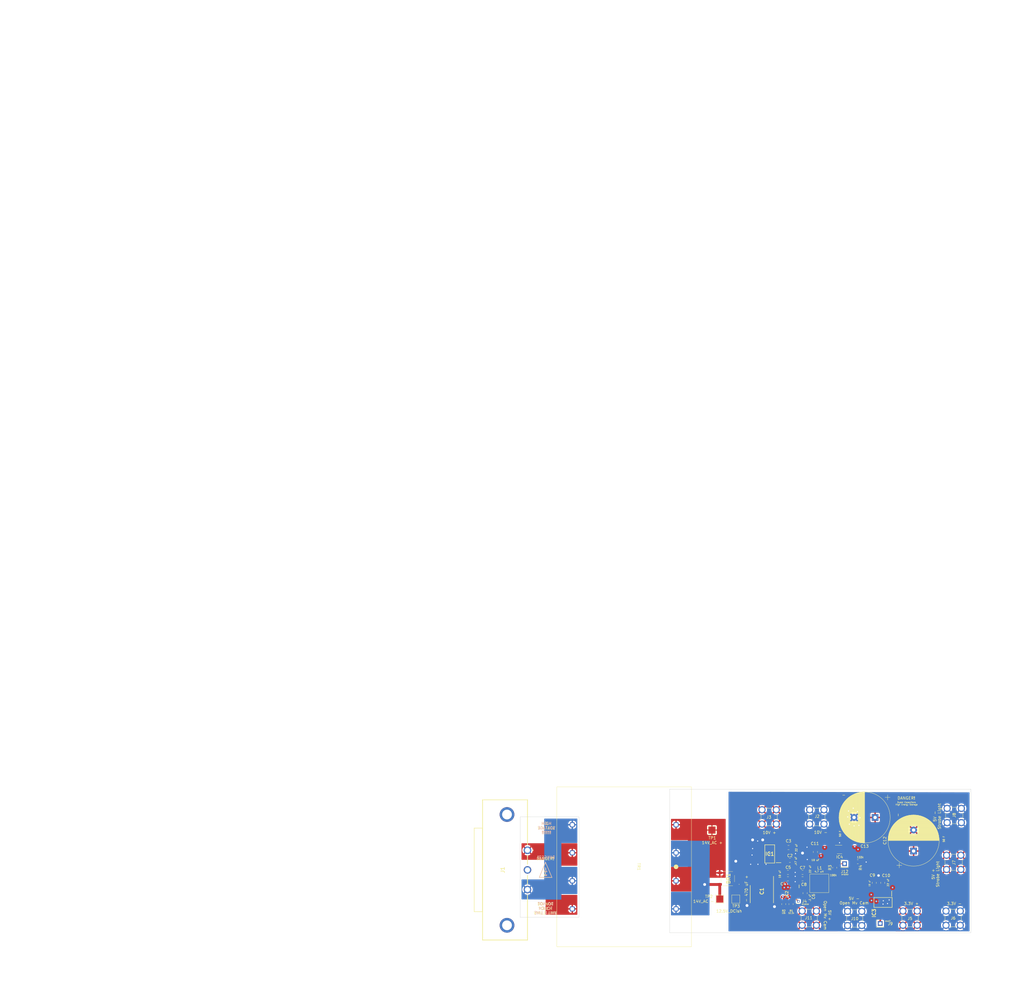
<source format=kicad_pcb>
(kicad_pcb (version 20211014) (generator pcbnew)
  (layers (0 "F.Cu" signal) (31 "B.Cu" signal) (34 "B.Paste" user) (35 "F.Paste" user) (36 "B.SilkS" user "B.Silkscreen") (37 "F.SilkS" user "F.Silkscreen") (38 "B.Mask" user) (39 "F.Mask" user) (44 "Edge.Cuts" user))
  (net 0 "")
  (net 1 "/12.5V_DCish")
  (net 2 "Net-(BR1-Pad2)")
  (net 3 "GND")
  (net 4 "Net-(C3-Pad2)")
  (net 5 "Net-(C6-Pad1)")
  (net 6 "Net-(C6-Pad2)")
  (net 7 "Net-(C11-Pad1)")
  (net 8 "/5V_DC")
  (net 9 "Net-(C12-Pad2)")
  (net 10 "Net-(IC2-Pad4)")
  (net 11 "Net-(IC2-Pad5)")
  (net 12 "/3.3V_DC")
  (net 13 "Net-(IC3-Pad4)")
  (net 14 "Net-(IC4-Pad3)")
  (net 16 "Net-(IC4-Pad5)")
  (net 17 "/120V_AC")
  (net 18 "/Case?")
  (net 19 "Net-(J1-Pad3)")
  (net 22 "Net-(BR1-Pad3)")
  (footprint "TestPoint:TestPoint_Pad_2.5x2.5mm" (layer "F.Cu") (at 126.9 93.3)
    (fp_text reference "TP2" (at -3.9 -0.9) (layer "F.SilkS"))
    (fp_text value "TestPoint")
    (pad "1" smd rect (at 0 0) (size 2.5 2.5) (layers "F.Cu" "F.Mask") (net 2 "Net-(BR1-Pad2)"))
  )
  (footprint "Resistor_SMD:R_0805_2012Metric_Pad1.20x1.40mm_HandSolder" (layer "F.Cu") (at 152.3 95.1 90)
    (fp_text reference "R1" (at -2.4 0.1) (layer "F.SilkS") (effects (font (size 0.635 0.635) (thickness 0.127))))
    (fp_text value "52.3k")
    (pad "1" smd roundrect (at -1 0 90) (size 1.2 1.4) (layers "F.Cu" "F.Paste" "F.Mask") (roundrect_rratio 0.208333) (net 7 "Net-(C11-Pad1)"))
    (pad "2" smd roundrect (at 1 0 90) (size 1.2 1.4) (layers "F.Cu" "F.Paste" "F.Mask") (roundrect_rratio 0.208333) (net 10 "Net-(IC2-Pad4)"))
  )
  (footprint "SamacSys_Parts:SOT230P700X180-4N" (layer "F.Cu") (at 144.7 77.2 180)
    (fp_text reference "IC1" (at 0 0) (layer "F.SilkS") (effects (font (size 1.27 1.27) (thickness 0.254))))
    (fp_text value "LM2940IMPX-10_NOPB" hide)
    (pad "1" smd rect locked (at -3.15 -2.3 270) (size 0.95 1.75) (layers "F.Cu" "F.Paste" "F.Mask") (net 1 "/12.5V_DCish"))
    (pad "2" smd rect locked (at -3.15 0 270) (size 0.95 1.75) (layers "F.Cu" "F.Paste" "F.Mask") (net 3 "GND"))
    (pad "3" smd rect locked (at -3.15 2.3 270) (size 0.95 1.75) (layers "F.Cu" "F.Paste" "F.Mask") (net 4 "Net-(C3-Pad2)"))
    (pad "4" smd rect locked (at 3.15 0 180) (size 1.75 3.2) (layers "F.Cu" "F.Paste" "F.Mask") (net 3 "GND"))
  )
  (footprint "Power Supply Board:PA5432.153NLT" (layer "F.Cu") (at 162.4 87.675 180)
    (fp_text reference "L1" (at -0.1 5.475 unlocked) (layer "F.SilkS"))
    (fp_text value "4.7u")
    (pad "1" smd rect (at 0 -2.025 180) (size 5.6 1.55) (layers "F.Cu" "F.Paste" "F.Mask") (net 6 "Net-(C6-Pad2)"))
    (pad "2" smd rect (at 0 2.025 180) (size 5.6 1.55) (layers "F.Cu" "F.Paste" "F.Mask") (net 7 "Net-(C11-Pad1)"))
  )
  (footprint "Capacitor_SMD:C_0805_2012Metric_Pad1.18x1.45mm_HandSolder" (layer "F.Cu") (at 182 87.5 90)
    (fp_text reference "C9" (at 2.7 -0.7 180) (layer "F.SilkS"))
    (fp_text value "10u")
    (pad "1" smd roundrect (at -1.0375 0 90) (size 1.175 1.45) (layers "F.Cu" "F.Paste" "F.Mask") (roundrect_rratio 0.212766) (net 7 "Net-(C11-Pad1)"))
    (pad "2" smd roundrect (at 1.0375 0 90) (size 1.175 1.45) (layers "F.Cu" "F.Paste" "F.Mask") (roundrect_rratio 0.212766) (net 3 "GND"))
  )
  (footprint "Capacitor_SMD:C_0805_2012Metric_Pad1.18x1.45mm_HandSolder" (layer "F.Cu") (at 151.4 74.92 180)
    (fp_text reference "C3" (at 0 2.32) (layer "F.SilkS"))
    (fp_text value "22u")
    (pad "1" smd roundrect (at -1.0375 0 180) (size 1.175 1.45) (layers "F.Cu" "F.Paste" "F.Mask") (roundrect_rratio 0.212766) (net 3 "GND"))
    (pad "2" smd roundrect (at 1.0375 0 180) (size 1.175 1.45) (layers "F.Cu" "F.Paste" "F.Mask") (roundrect_rratio 0.212766) (net 4 "Net-(C3-Pad2)"))
  )
  (footprint "TestPoint:TestPoint_Pad_2.5x2.5mm" (layer "F.Cu") (at 124.1 68.7)
    (fp_text reference "TP1" (at 0.1 2.8) (layer "F.SilkS"))
    (fp_text value "TestPoint")
    (pad "1" smd rect (at 0 0) (size 2.5 2.5) (layers "F.Cu" "F.Mask") (net 22 "Net-(BR1-Pad3)"))
  )
  (footprint "Resistor_SMD:R_0805_2012Metric_Pad1.20x1.40mm_HandSolder" (layer "F.Cu") (at 176.1 80 180)
    (fp_text reference "R4" (at -1 -2.1 90) (layer "F.SilkS"))
    (fp_text value "133k")
    (pad "1" smd roundrect (at -1 0 180) (size 1.2 1.4) (layers "F.Cu" "F.Paste" "F.Mask") (roundrect_rratio 0.208333) (net 3 "GND"))
    (pad "2" smd roundrect (at 1 0 180) (size 1.2 1.4) (layers "F.Cu" "F.Paste" "F.Mask") (roundrect_rratio 0.208333) (net 16 "Net-(IC4-Pad5)"))
  )
  (footprint "Capacitor_SMD:C_0805_2012Metric_Pad1.18x1.45mm_HandSolder" (layer "F.Cu") (at 151.9 79.5)
    (fp_text reference "C2" (at 0 -1.68) (layer "F.SilkS"))
    (fp_text value ".47u")
    (pad "1" smd roundrect (at -1.0375 0) (size 1.175 1.45) (layers "F.Cu" "F.Paste" "F.Mask") (roundrect_rratio 0.212766) (net 1 "/12.5V_DCish"))
    (pad "2" smd roundrect (at 1.0375 0) (size 1.175 1.45) (layers "F.Cu" "F.Paste" "F.Mask") (roundrect_rratio 0.212766) (net 3 "GND"))
  )
  (footprint "Capacitor_SMD:C_0805_2012Metric_Pad1.18x1.45mm_HandSolder" (layer "F.Cu") (at 156.4 83.8)
    (fp_text reference "C7" (at 0 -1.68) (layer "F.SilkS"))
    (fp_text value "22u")
    (pad "1" smd roundrect (at -1.0375 0) (size 1.175 1.45) (layers "F.Cu" "F.Paste" "F.Mask") (roundrect_rratio 0.212766) (net 3 "GND"))
    (pad "2" smd roundrect (at 1.0375 0) (size 1.175 1.45) (layers "F.Cu" "F.Paste" "F.Mask") (roundrect_rratio 0.212766) (net 7 "Net-(C11-Pad1)"))
  )
  (footprint "Connector_PinHeader_2.54mm:PinHeader_1x01_P2.54mm_Vertical" (layer "F.Cu") (at 171.4 80.7)
    (fp_text reference "J12" (at 0 2.8) (layer "F.SilkS"))
    (fp_text value "Enable")
    (pad "1" thru_hole rect (at 0 0) (size 1.7 1.7) (drill 1) (layers *.Cu *.Mask) (net 14 "Net-(IC4-Pad3)"))
  )
  (footprint "Resistor_SMD:R_0805_2012Metric_Pad1.20x1.40mm_HandSolder" (layer "F.Cu") (at 149.7 95.1 -90)
    (fp_text reference "R2" (at 2.4 0 180) (layer "F.SilkS") (effects (font (size 0.635 0.635) (thickness 0.127))))
    (fp_text value "10k")
    (pad "1" smd roundrect (at -1 0 270) (size 1.2 1.4) (layers "F.Cu" "F.Paste" "F.Mask") (roundrect_rratio 0.208333) (net 10 "Net-(IC2-Pad4)"))
    (pad "2" smd roundrect (at 1 0 270) (size 1.2 1.4) (layers "F.Cu" "F.Paste" "F.Mask") (roundrect_rratio 0.208333) (net 3 "GND"))
  )
  (footprint "Capacitor_THT:CP_Radial_D18.0mm_P7.50mm" (layer "F.Cu") (at 182.27778 64.2 180)
    (fp_text reference "C13" (at 3.75 -10.25) (layer "F.SilkS"))
    (fp_text value "70")
    (pad "1" thru_hole rect (at 0 0 180) (size 2.4 2.4) (drill 1.2) (layers *.Cu *.Mask) (net 9 "Net-(C12-Pad2)"))
    (pad "2" thru_hole circle (at 7.5 0 180) (size 2.4 2.4) (drill 1.2) (layers *.Cu *.Mask) (net 3 "GND"))
  )
  (footprint "SamacSys_Parts:SOT230P700X180-4N" (layer "F.Cu") (at 185.1 94.5 -90)
    (fp_text reference "IC3" (at 3.8 3.2 90) (layer "F.SilkS") (effects (font (size 1.27 1.27) (thickness 0.254))))
    (fp_text value "AZ1117IH-3.3TRG1" hide)
    (pad "1" smd rect locked (at -3.1 -2.3) (size 0.9 1.85) (layers "F.Cu" "F.Paste" "F.Mask") (net 3 "GND"))
    (pad "2" smd rect locked (at -3.1 0) (size 0.9 1.85) (layers "F.Cu" "F.Paste" "F.Mask") (net 12 "/3.3V_DC"))
    (pad "3" smd rect locked (at -3.1 2.3) (size 0.9 1.85) (layers "F.Cu" "F.Paste" "F.Mask") (net 7 "Net-(C11-Pad1)"))
    (pad "4" smd rect locked (at 3.1 0 270) (size 1.85 3.2) (layers "F.Cu" "F.Paste" "F.Mask") (net 13 "Net-(IC3-Pad4)"))
  )
  (footprint "Capacitor_SMD:C_0805_2012Metric_Pad1.18x1.45mm_HandSolder" (layer "F.Cu") (at 156.4 86.1 180)
    (fp_text reference "C8" (at -0.5 -2) (layer "F.SilkS"))
    (fp_text value "22u")
    (pad "1" smd roundrect (at -1.0375 0 180) (size 1.175 1.45) (layers "F.Cu" "F.Paste" "F.Mask") (roundrect_rratio 0.212766) (net 7 "Net-(C11-Pad1)"))
    (pad "2" smd roundrect (at 1.0375 0 180) (size 1.175 1.45) (layers "F.Cu" "F.Paste" "F.Mask") (roundrect_rratio 0.212766) (net 3 "GND"))
  )
  (footprint "Capacitor_SMD:C_0805_2012Metric_Pad1.18x1.45mm_HandSolder" (layer "F.Cu") (at 151.2 83.8 180)
    (fp_text reference "C5" (at -0.1 1.8) (layer "F.SilkS"))
    (fp_text value "10u")
    (pad "1" smd roundrect (at -1.0375 0 180) (size 1.175 1.45) (layers "F.Cu" "F.Paste" "F.Mask") (roundrect_rratio 0.212766) (net 3 "GND"))
    (pad "2" smd roundrect (at 1.0375 0 180) (size 1.175 1.45) (layers "F.Cu" "F.Paste" "F.Mask") (roundrect_rratio 0.212766) (net 1 "/12.5V_DCish"))
  )
  (footprint "Resistor_SMD:R_0805_2012Metric_Pad1.20x1.40mm_HandSolder" (layer "F.Cu") (at 167.9 82.1 -90)
    (fp_text reference "R3" (at 0 1.7 90) (layer "F.SilkS"))
    (fp_text value "100k")
    (pad "1" smd roundrect (at -1 0 270) (size 1.2 1.4) (layers "F.Cu" "F.Paste" "F.Mask") (roundrect_rratio 0.208333) (net 14 "Net-(IC4-Pad3)"))
    (pad "2" smd roundrect (at 1 0 270) (size 1.2 1.4) (layers "F.Cu" "F.Paste" "F.Mask") (roundrect_rratio 0.208333) (net 7 "Net-(C11-Pad1)"))
  )
  (footprint "Power Supply Board:CALTEST_CT3151-2" (layer "F.Cu") (at 158.8 100.1)
    (fp_text reference "J11" (at -0.2 -0.1) (layer "F.SilkS"))
    (fp_text value "5+")
    (pad "1" thru_hole circle (at -2.54 -2.54) (size 2.55 2.55) (drill 1.7) (layers *.Cu *.Mask) (net 7 "Net-(C11-Pad1)"))
    (pad "2" thru_hole circle (at 2.54 -2.54) (size 2.55 2.55) (drill 1.7) (layers *.Cu *.Mask) (net 7 "Net-(C11-Pad1)"))
    (pad "3" thru_hole circle (at -2.54 2.54) (size 2.55 2.55) (drill 1.7) (layers *.Cu *.Mask) (net 7 "Net-(C11-Pad1)"))
    (pad "4" thru_hole circle (at 2.54 2.54) (size 2.55 2.55) (drill 1.7) (layers *.Cu *.Mask) (net 7 "Net-(C11-Pad1)"))
  )
  (footprint "Power Supply Board:CALTEST_CT3151-2" (layer "F.Cu") (at 161.5 64 180)
    (fp_text reference "J2" (at -0.1 0.19) (layer "F.SilkS"))
    (fp_text value "10-")
    (pad "1" thru_hole circle (at -2.54 -2.54 180) (size 2.55 2.55) (drill 1.7) (layers *.Cu *.Mask) (net 3 "GND"))
    (pad "2" thru_hole circle (at 2.54 -2.54 180) (size 2.55 2.55) (drill 1.7) (layers *.Cu *.Mask) (net 3 "GND"))
    (pad "3" thru_hole circle (at -2.54 2.54 180) (size 2.55 2.55) (drill 1.7) (layers *.Cu *.Mask) (net 3 "GND"))
    (pad "4" thru_hole circle (at 2.54 2.54 180) (size 2.55 2.55) (drill 1.7) (layers *.Cu *.Mask) (net 3 "GND"))
  )
  (footprint "Capacitor_SMD:C_0805_2012Metric_Pad1.18x1.45mm_HandSolder" (layer "F.Cu") (at 185 87.5 -90)
    (fp_text reference "C10" (at -2.6 -1.2 180) (layer "F.SilkS"))
    (fp_text value "22u")
    (pad "1" smd roundrect (at -1.0375 0 270) (size 1.175 1.45) (layers "F.Cu" "F.Paste" "F.Mask") (roundrect_rratio 0.212766) (net 3 "GND"))
    (pad "2" smd roundrect (at 1.0375 0 270) (size 1.175 1.45) (layers "F.Cu" "F.Paste" "F.Mask") (roundrect_rratio 0.212766) (net 12 "/3.3V_DC"))
  )
  (footprint "SamacSys_Parts:703W0053" (layer "F.Cu") (at 58.325 75.9 90)
    (fp_text reference "J1" (at -7 -8.825 90) (layer "F.SilkS") (effects (font (size 1.27 1.27) (thickness 0.254))))
    (fp_text value "703W-00_53" hide)
    (pad "1" thru_hole circle locked (at 0 0 90) (size 2.7 2.7) (drill 1.8) (layers *.Cu *.Mask) (net 17 "/120V_AC"))
    (pad "2" thru_hole circle locked (at -7 0 90) (size 2.7 2.7) (drill 1.8) (layers *.Cu *.Mask) (net 18 "/Case?"))
    (pad "3" thru_hole circle locked (at -14 0 90) (size 2.7 2.7) (drill 1.8) (layers *.Cu *.Mask) (net 19 "Net-(J1-Pad3)"))
    (pad "MH1" thru_hole circle locked (at 12.75 -7.3 90) (size 5.25 5.25) (drill 3.5) (layers *.Cu *.Mask))
    (pad "MH2" thru_hole circle locked (at -26.75 -7.3 90) (size 5.25 5.25) (drill 3.5) (layers *.Cu *.Mask))
  )
  (footprint "SamacSys_Parts:LMB12STP" (layer "F.Cu") (at 129.745 86 -90)
    (fp_text reference "BR1" (at 0 -0.245 90) (layer "F.SilkS") (effects (font (size 1.27 1.27) (thickness 0.254))))
    (fp_text value "LMB12S-TP" hide)
    (pad "1" smd rect locked (at 2.05 -2.86 270) (size 0.9 1.5) (layers "F.Cu" "F.Paste" "F.Mask") (net 1 "/12.5V_DCish"))
    (pad "2" smd rect locked (at 2.05 2.86 270) (size 0.9 1.5) (layers "F.Cu" "F.Paste" "F.Mask") (net 2 "Net-(BR1-Pad2)"))
    (pad "3" smd rect locked (at -2.05 2.86 270) (size 0.9 1.5) (layers "F.Cu" "F.Paste" "F.Mask") (net 22 "Net-(BR1-Pad3)"))
    (pad "4" smd rect locked (at -2.05 -2.86 270) (size 0.9 1.5) (layers "F.Cu" "F.Paste" "F.Mask") (net 3 "GND"))
  )
  (footprint "Connector_PinHeader_1.00mm:PinHeader_1x01_P1.00mm_Vertical" (layer "F.Cu") (at 154.9 94.1)
    (fp_text reference "J4" (at 2.2 0) (layer "F.SilkS"))
    (fp_text value "Enable")
    (pad "1" thru_hole rect (at 0 0) (size 0.85 0.85) (drill 0.5) (layers *.Cu *.Mask) (net 11 "Net-(IC2-Pad5)"))
  )
  (footprint "Power Supply Board:TSOT-23-6_HandSoldering" (layer "F.Cu") (at 169.6 75.6)
    (fp_text reference "IC4" (at 0 2.7) (layer "F.SilkS"))
    (fp_text value "MP62551")
    (pad "1" smd rect (at -1.71 -0.95) (size 2 0.65) (layers "F.Cu" "F.Paste" "F.Mask") (net 7 "Net-(C11-Pad1)"))
    (pad "2" smd rect (at -1.71 0) (size 2 0.65) (layers "F.Cu" "F.Paste" "F.Mask") (net 3 "GND"))
    (pad "3" smd rect (at -1.71 0.95) (size 2 0.65) (layers "F.Cu" "F.Paste" "F.Mask") (net 14 "Net-(IC4-Pad3)"))
    (pad "4" smd rect (at 1.71 0.95) (size 2 0.65) (layers "F.Cu" "F.Paste" "F.Mask"))
    (pad "5" smd rect (at 1.71 0) (size 2 0.65) (layers "F.Cu" "F.Paste" "F.Mask") (net 16 "Net-(IC4-Pad5)"))
    (pad "6" smd rect (at 1.71 -0.95) (size 2 0.65) (layers "F.Cu" "F.Paste" "F.Mask") (net 8 "/5V_DC"))
  )
  (footprint "Power Supply Board:CALTEST_CT3151-2" (layer "F.Cu") (at 210.3 80.2 90)
    (fp_text reference "J7" (at -0.1 0.1 90) (layer "F.SilkS"))
    (fp_text value "5+")
    (pad "1" thru_hole circle (at -2.54 -2.54 90) (size 2.55 2.55) (drill 1.7) (layers *.Cu *.Mask) (net 8 "/5V_DC"))
    (pad "2" thru_hole circle (at 2.54 -2.54 90) (size 2.55 2.55) (drill 1.7) (layers *.Cu *.Mask) (net 8 "/5V_DC"))
    (pad "3" thru_hole circle (at -2.54 2.54 90) (size 2.55 2.55) (drill 1.7) (layers *.Cu *.Mask) (net 8 "/5V_DC"))
    (pad "4" thru_hole circle (at 2.54 2.54 90) (size 2.55 2.55) (drill 1.7) (layers *.Cu *.Mask) (net 8 "/5V_DC"))
  )
  (footprint "Capacitor_SMD:C_0805_2012Metric_Pad1.18x1.45mm_HandSolder" (layer "F.Cu") (at 151.2 86.1 180)
    (fp_text reference "C4" (at 1.7 -1.8) (layer "F.SilkS"))
    (fp_text value "10u")
    (pad "1" smd roundrect (at -1.0375 0 180) (size 1.175 1.45) (layers "F.Cu" "F.Paste" "F.Mask") (roundrect_rratio 0.212766) (net 3 "GND"))
    (pad "2" smd roundrect (at 1.0375 0 180) (size 1.175 1.45) (layers "F.Cu" "F.Paste" "F.Mask") (roundrect_rratio 0.212766) (net 1 "/12.5V_DCish"))
  )
  (footprint "Power Supply Board:CALTEST_CT3151-2" (layer "F.Cu") (at 194.74 100.1)
    (fp_text reference "J5" (at -0.04 0.14) (layer "F.SilkS"))
    (fp_text value "3.3+")
    (pad "1" thru_hole circle (at -2.54 -2.54) (size 2.55 2.55) (drill 1.7) (layers *.Cu *.Mask) (net 12 "/3.3V_DC"))
    (pad "2" thru_hole circle (at 2.54 -2.54) (size 2.55 2.55) (drill 1.7) (layers *.Cu *.Mask) (net 12 "/3.3V_DC"))
    (pad "3" thru_hole circle (at -2.54 2.54) (size 2.55 2.55) (drill 1.7) (layers *.Cu *.Mask) (net 12 "/3.3V_DC"))
    (pad "4" thru_hole circle (at 2.54 2.54) (size 2.55 2.55) (drill 1.7) (layers *.Cu *.Mask) (net 12 "/3.3V_DC"))
  )
  (footprint "Power Supply Board:CALTEST_CT3151-2" (layer "F.Cu") (at 144.5 64 180)
    (fp_text reference "J3" (at 0.1 -0.1) (layer "F.SilkS"))
    (fp_text value "10+")
    (pad "1" thru_hole circle (at -2.54 -2.54 180) (size 2.55 2.55) (drill 1.7) (layers *.Cu *.Mask) (net 4 "Net-(C3-Pad2)"))
    (pad "2" thru_hole circle (at 2.54 -2.54 180) (size 2.55 2.55) (drill 1.7) (layers *.Cu *.Mask) (net 4 "Net-(C3-Pad2)"))
    (pad "3" thru_hole circle (at -2.54 2.54 180) (size 2.55 2.55) (drill 1.7) (layers *.Cu *.Mask) (net 4 "Net-(C3-Pad2)"))
    (pad "4" thru_hole circle (at 2.54 2.54 180) (size 2.55 2.55) (drill 1.7) (layers *.Cu *.Mask) (net 4 "Net-(C3-Pad2)"))
  )
  (footprint "SamacSys_Parts:SOT95P280X100-6N" (layer "F.Cu") (at 153.6 90.075 -90)
    (fp_text reference "IC2" (at 1.525 2.8 90) (layer "F.SilkS") (effects (font (size 1.016 1.016) (thickness 0.1905))))
    (fp_text value "AP62250WU-7" hide)
    (pad "1" smd rect (at -1.3 -0.95) (size 0.55 1.05) (layers "F.Cu" "F.Paste" "F.Mask") (net 3 "GND"))
    (pad "2" smd rect (at -1.3 0) (size 0.55 1.05) (layers "F.Cu" "F.Paste" "F.Mask") (net 6 "Net-(C6-Pad2)"))
    (pad "3" smd rect (at -1.3 0.95) (size 0.55 1.05) (layers "F.Cu" "F.Paste" "F.Mask") (net 1 "/12.5V_DCish"))
    (pad "4" smd rect (at 1.3 0.95) (size 0.55 1.05) (layers "F.Cu" "F.Paste" "F.Mask") (net 10 "Net-(IC2-Pad4)"))
    (pad "5" smd rect (at 1.3 0) (size 0.55 1.05) (layers "F.Cu" "F.Paste" "F.Mask") (net 11 "Net-(IC2-Pad5)"))
    (pad "6" smd rect (at 1.3 -0.95) (size 0.55 1.05) (layers "F.Cu" "F.Paste" "F.Mask") (net 5 "Net-(C6-Pad1)"))
  )
  (footprint "Capacitor_THT:CP_Radial_D18.0mm_P7.50mm" (layer "F.Cu") (at 196 76.17778 90)
    (fp_text reference "C12" (at 3.75 -10.25 90) (layer "F.SilkS"))
    (fp_text value "70")
    (pad "1" thru_hole rect (at 0 0 90) (size 2.4 2.4) (drill 1.2) (layers *.Cu *.Mask) (net 8 "/5V_DC"))
    (pad "2" thru_hole circle (at 7.5 0 90) (size 2.4 2.4) (drill 1.2) (layers *.Cu *.Mask) (net 9 "Net-(C12-Pad2)"))
  )
  (footprint "Capacitor_SMD:C_0805_2012Metric_Pad1.18x1.45mm_HandSolder" (layer "F.Cu") (at 157.3 91.2 90)
    (fp_text reference "C6" (at -1.2 3 90) (layer "F.SilkS"))
    (fp_text value ".1u")
    (pad "1" smd roundrect (at -1.0375 0 90) (size 1.175 1.45) (layers "F.Cu" "F.Paste" "F.Mask") (roundrect_rratio 0.212766) (net 5 "Net-(C6-Pad1)"))
    (pad "2" smd roundrect (at 1.0375 0 90) (size 1.175 1.45) (layers "F.Cu" "F.Paste" "F.Mask") (roundrect_rratio 0.212766) (net 6 "Net-(C6-Pad2)"))
  )
  (footprint "Power Supply Board:CALTEST_CT3151-2" (layer "F.Cu") (at 175 100.2)
    (fp_text reference "J10" (at 0 0.1) (layer "F.SilkS"))
    (fp_text value "5-")
    (pad "1" thru_hole circle (at -2.54 -2.54) (size 2.55 2.55) (drill 1.7) (layers *.Cu *.Mask) (net 3 "GND"))
    (pad "2" thru_hole circle (at 2.54 -2.54) (size 2.55 2.55) (drill 1.7) (layers *.Cu *.Mask) (net 3 "GND"))
    (pad "3" thru_hole circle (at -2.54 2.54) (size 2.55 2.55) (drill 1.7) (layers *.Cu *.Mask) (net 3 "GND"))
    (pad "4" thru_hole circle (at 2.54 2.54) (size 2.55 2.55) (drill 1.7) (layers *.Cu *.Mask) (net 3 "GND"))
  )
  (footprint "Power Supply Board:Transformer_20VAC" (layer "F.Cu") (at 92.8 81.8 -90)
    (fp_text reference "TR1" (at -0.05 -5.25 -90 unlocked) (layer "F.SilkS"))
    (fp_text value "Transformer")
    (pad "1" thru_hole roundrect (at -15 18.5 270) (size 1.8 1.8) (drill 1.3) (layers *.Cu *.Mask) (net 19 "Net-(J1-Pad3)"))
    (pad "3" thru_hole roundrect (at -5 18.5 270) (size 1.8 1.8) (drill 1.3) (layers *.Cu *.Mask) (net 17 "/120V_AC"))
    (pad "4" thru_hole roundrect (at 5 18.5 270) (size 1.8 1.8) (drill 1.3) (layers *.Cu *.Mask) (net 19 "Net-(J1-Pad3)"))
    (pad "6" thru_hole roundrect (at 15 18.5 270) (size 1.8 1.8) (drill 1.3) (layers *.Cu *.Mask) (net 17 "/120V_AC"))
    (pad "7" thru_hole roundrect (at -15 -18.5 270) (size 1.8 1.8) (drill 1.3) (layers *.Cu *.Mask) (net 22 "Net-(BR1-Pad3)"))
    (pad "9" thru_hole roundrect (at -5 -18.5 270) (size 1.8 1.8) (drill 1.3) (layers *.Cu *.Mask) (net 2 "Net-(BR1-Pad2)"))
    (pad "10" thru_hole roundrect (at 5 -18.5 270) (size 1.8 1.8) (drill 1.3) (layers *.Cu *.Mask) (net 22 "Net-(BR1-Pad3)"))
    (pad "12" thru_hole roundrect (at 15 -18.5 270) (size 1.8 1.8) (drill 1.3) (layers *.Cu *.Mask) (net 2 "Net-(BR1-Pad2)"))
  )
  (footprint "Connector_PinHeader_2.54mm:PinHeader_1x01_P2.54mm_Vertical" (layer "F.Cu") (at 184.1 102)
    (fp_text reference "J9" (at 3.6 0.1) (layer "F.SilkS"))
    (fp_text value "Vout?")
    (pad "1" thru_hole rect (at 0 0) (size 1.7 1.7) (drill 1) (layers *.Cu *.Mask) (net 13 "Net-(IC3-Pad4)"))
  )
  (footprint "TestPoint:TestPoint_Pad_2.5x2.5mm" (layer "F.Cu") (at 132.6 93.3)
    (fp_text reference "TP3" (at 0.1 2.5) (layer "F.SilkS"))
    (fp_text value "TestPoint")
    (pad "1" smd rect (at 0 0) (size 2.5 2.5) (layers "F.Cu" "F.Mask") (net 1 "/12.5V_DCish"))
  )
  (footprint "SamacSys_Parts:CAPAE830X1050N" (layer "F.Cu") (at 141.9 90.5 -90)
    (fp_text reference "C1" (at 0 0 90) (layer "F.SilkS") (effects (font (size 1.27 1.27) (thickness 0.254))))
    (fp_text value "470u" hide)
    (pad "1" smd rect locked (at -3.4 0) (size 2.1 3.85) (layers "F.Cu" "F.Paste" "F.Mask") (net 1 "/12.5V_DCish"))
    (pad "2" smd rect locked (at 3.4 0) (size 2.1 3.85) (layers "F.Cu" "F.Paste" "F.Mask") (net 3 "GND"))
  )
  (footprint "Power Supply Board:CALTEST_CT3151-2" (layer "F.Cu") (at 210.5 63.5 90)
    (fp_text reference "J8" (at 0.1 -0.01 90) (layer "F.SilkS"))
    (fp_text value "5-")
    (pad "1" thru_hole circle (at -2.54 -2.54 90) (size 2.55 2.55) (drill 1.7) (layers *.Cu *.Mask) (net 3 "GND"))
    (pad "2" thru_hole circle (at 2.54 -2.54 90) (size 2.55 2.55) (drill 1.7) (layers *.Cu *.Mask) (net 3 "GND"))
    (pad "3" thru_hole circle (at -2.54 2.54 90) (size 2.55 2.55) (drill 1.7) (layers *.Cu *.Mask) (net 3 "GND"))
    (pad "4" thru_hole circle (at 2.54 2.54 90) (size 2.55 2.55) (drill 1.7) (layers *.Cu *.Mask) (net 3 "GND"))
  )
  (footprint "Capacitor_SMD:C_0805_2012Metric_Pad1.18x1.45mm_HandSolder" (layer "F.Cu") (at 161 76.5 90)
    (fp_text reference "C11" (at 3 -0.2 180) (layer "F.SilkS"))
    (fp_text value "10u")
    (pad "1" smd roundrect (at -1.0375 0 90) (size 1.175 1.45) (layers "F.Cu" "F.Paste" "F.Mask") (roundrect_rratio 0.212766) (net 7 "Net-(C11-Pad1)"))
    (pad "2" smd roundrect (at 1.0375 0 90) (size 1.175 1.45) (layers "F.Cu" "F.Paste" "F.Mask") (roundrect_rratio 0.212766) (net 3 "GND"))
  )
  (footprint "Power Supply Board:CALTEST_CT3151-2" (layer "F.Cu") (at 210.1 100.1)
    (fp_text reference "J6" (at 0 0) (layer "F.SilkS"))
    (fp_text value "3.3-")
    (pad "1" thru_hole circle (at -2.54 -2.54) (size 2.55 2.55) (drill 1.7) (layers *.Cu *.Mask) (net 3 "GND"))
    (pad "2" thru_hole circle (at 2.54 -2.54) (size 2.55 2.55) (drill 1.7) (layers *.Cu *.Mask) (net 3 "GND"))
    (pad "3" thru_hole circle (at -2.54 2.54) (size 2.55 2.55) (drill 1.7) (layers *.Cu *.Mask) (net 3 "GND"))
    (pad "4" thru_hole circle (at 2.54 2.54) (size 2.55 2.55) (drill 1.7) (layers *.Cu *.Mask) (net 3 "GND"))
  )
  (gr_line (start 67.05 85.55) (end 62.55 85.55) (layer "B.SilkS") (width 0.15))
  (gr_line (start 64.95 84.7) (end 65.25 84.6) (layer "B.SilkS") (width 0.15))
  (gr_line (start 64.35 83.2) (end 64.95 84.7) (layer "B.SilkS") (width 0.15))
  (gr_line (start 64.75 84.9) (end 65.1 84.8) (layer "B.SilkS") (width 0.15))
  (gr_line (start 64.65 82.1) (end 65.35 83.6) (layer "B.SilkS") (width 0.15))
  (gr_line (start 65.25 84.6) (end 64.75 84.9) (layer "B.SilkS") (width 0.15))
  (gr_line (start 65.15 85) (end 64.75 84.9) (layer "B.SilkS") (width 0.15))
  (gr_line (start 65.35 83.6) (end 64.35 83.2) (layer "B.SilkS") (width 0.15))
  (gr_line (start 64.65 84.8) (end 65.1 84.65) (layer "B.SilkS") (width 0.15))
  (gr_line (start 64.75 80.15) (end 67.05 85.55) (layer "B.SilkS") (width 0.15))
  (gr_line (start 64.65 84.8) (end 65.1 84.9) (layer "B.SilkS") (width 0.15))
  (gr_line (start 65.25 84.6) (end 65.15 85) (layer "B.SilkS") (width 0.15))
  (gr_line (start 62.55 85.55) (end 64.75 80.15) (layer "B.SilkS") (width 0.15))
  (gr_line (start 67.05 85.6) (end 62.55 85.6) (layer "F.SilkS") (width 0.15))
  (gr_line (start 64.35 84.95) (end 64.75 84.85) (layer "F.SilkS") (width 0.15))
  (gr_line (start 64.75 84.85) (end 64.3 84.75) (layer "F.SilkS") (width 0.15))
  (gr_line (start 64.95 82.25) (end 64.25 83.65) (layer "F.SilkS") (width 0.15))
  (gr_line (start 65.05 83.35) (end 64.35 84.95) (layer "F.SilkS") (width 0.15))
  (gr_line (start 64.25 84.55) (end 64.35 84.95) (layer "F.SilkS") (width 0.15))
  (gr_line (start 64.75 80.2) (end 67.05 85.6) (layer "F.SilkS") (width 0.15))
  (gr_line (start 64.25 83.65) (end 65.05 83.35) (layer "F.SilkS") (width 0.15))
  (gr_line (start 64.75 84.85) (end 64.25 84.55) (layer "F.SilkS") (width 0.15))
  (gr_line (start 62.55 85.6) (end 64.75 80.2) (layer "F.SilkS") (width 0.15))
  (gr_rect (start 109 54.1) (end 216.45 105.3) (layer "Edge.Cuts") (width 0.1) (fill none))
  (gr_rect (start 55.7 64) (end 76.7 99.8) (layer "Edge.Cuts") (width 0.1) (fill none))
  (gr_text "DANGER!" (at 65 78.4) (layer "B.SilkS") (effects (font (size 1 1)) (justify mirror)))
  (gr_text "DO NOT\nTOUCH\nWHILE LIVE" (at 64.8 96.6) (layer "B.SilkS") (effects (font (size 1 1)) (justify mirror)))
  (gr_text "HIGH\nVOLTAGE\n!!!!!!!" (at 65.1 67.95) (layer "B.SilkS") (effects (font (size 1 1)) (justify mirror)))
  (gr_text "470 uF" (at 136.4 89.6 90) (layer "F.SilkS") (effects (font (size 1 1))))
  (gr_text "50 F" (at 206.8 71.9 90) (layer "F.SilkS") (effects (font (size 0.635 0.635) (thickness 0.127))))
  (gr_text "10 uF" (at 180.3 87.7 90) (layer "F.SilkS") (effects (font (size 0.508 0.508) (thickness 0.09525))))
  (gr_text "DO NOT\nTOUCH\nWHILE LIVE" (at 64.7 96.7) (layer "F.SilkS") (effects (font (size 1 1))))
  (gr_text "10 uF" (at 161 79.4) (layer "F.SilkS") (effects (font (size 0.635 0.635) (thickness 0.127))))
  (gr_text "5V -\nOpen Mv Cam" (at 174.8 93.9) (layer "F.SilkS") (effects (font (size 1 1))))
  (gr_text "50 F" (at 169.8 70 90) (layer "F.SilkS") (effects (font (size 0.635 0.635) (thickness 0.127))))
  (gr_text "5V -\nStrobe Light" (at 204.4 63.8 90) (layer "F.SilkS") (effects (font (size 1 1))))
  (gr_text "+" (at 136.5 85.5 180) (layer "F.SilkS") (effects (font (size 1 1))))
  (gr_text "4.7 uH" (at 162.3 83.5) (layer "F.SilkS") (effects (font (size 0.635 0.635) (thickness 0.127))))
  (gr_text "3.3V -" (at 210.5 94.9) (layer "F.SilkS") (effects (font (size 1 1))))
  (gr_text "HIGH\nVOLTAGE\n!!!!!!!" (at 65.1 68) (layer "F.SilkS") (effects (font (size 1 1))))
  (gr_text "enable" (at 171.5 84.5) (layer "F.SilkS") (effects (font (size 0.508 0.508) (thickness 0.09525))))
  (gr_text "-" (at 190.6 63.3 270) (layer "F.SilkS") (effects (font (size 1 1))))
  (gr_text "10V +" (at 144.6 69.6) (layer "F.SilkS") (effects (font (size 1 1))))
  (gr_text "10V -" (at 162.9 69.5) (layer "F.SilkS") (effects (font (size 1 1))))
  (gr_text "10k" (at 149.7 98.3) (layer "F.SilkS") (effects (font (size 0.508 0.508) (thickness 0.09525))))
  (gr_text "5V +\nStrobe Light" (at 203.8 84.4 90) (layer "F.SilkS") (effects (font (size 1 1))))
  (gr_text "-" (at 136.5 93.7 270) (layer "F.SilkS") (effects (font (size 1 1))))
  (gr_text "12.5V_DCish" (at 130.2 97.6) (layer "F.SilkS") (effects (font (size 1 1))))
  (gr_text ".1 uF" (at 159 92.8 90) (layer "F.SilkS") (effects (font (size 0.635 0.635) (thickness 0.127))))
  (gr_text "-" (at 171.1 56.3 180) (layer "F.SilkS") (effects (font (size 1 1))))
  (gr_text "100k" (at 167.4 84.8) (layer "F.SilkS") (effects (font (size 0.635 0.635) (thickness 0.127))))
  (gr_text "22 uF" (at 186.9 87.4 90) (layer "F.SilkS") (effects (font (size 0.635 0.635) (thickness 0.127))))
  (gr_text "Super Capacitors\nHigh Energy Storage" (at 193.5 59.2) (layer "F.SilkS") (effects (font (size 0.508 0.508) (thickness 0.09525))))
  (gr_text "10 uF" (at 148.3 84.4 90) (layer "F.SilkS") (effects (font (size 0.635 0.635) (thickness 0.127))))
  (gr_text "enable" (at 157.4 95.1) (layer "F.SilkS") (effects (font (size 0.508 0.508) (thickness 0.09525))))
  (gr_text "52.3k" (at 152.4 98.3) (layer "F.SilkS") (effects (font (size 0.508 0.508) (thickness 0.09525))))
  (gr_text "vout?" (at 186.8 101.1) (layer "F.SilkS") (effects (font (size 0.508 0.508) (thickness 0.09525))))
  (gr_text ".47 uF" (at 154 79.7 90) (layer "F.SilkS") (effects (font (size 0.635 0.635) (thickness 0.127))))
  (gr_text "5V +\nOpen Mv Cam" (at 165.3 99.1 270) (layer "F.SilkS") (effects (font (size 1 1))))
  (gr_text "DANGER!" (at 64.7 78.9) (layer "F.SilkS") (effects (font (size 1 1))))
  (gr_text "22 uF" (at 159.1 82.6 90) (layer "F.SilkS") (effects (font (size 0.635 0.635) (thickness 0.127))))
  (gr_text "14V_AC +" (at 124.2 73.2) (layer "F.SilkS") (effects (font (size 1 1))))
  (gr_text "133k" (at 177 78.4) (layer "F.SilkS") (effects (font (size 0.635 0.635) (thickness 0.127))))
  (gr_text "22 uF" (at 154.2 75 90) (layer "F.SilkS") (effects (font (size 0.635 0.635) (thickness 0.127))))
  (gr_text "DANGER!" (at 193.4 57.3) (layer "F.SilkS") (effects (font (size 1 1))))
  (gr_text "3.3V +" (at 195.2 94.9) (layer "F.SilkS") (effects (font (size 1 1))))
  (gr_text "14V_AC -" (at 121.1 94.1) (layer "F.SilkS") (effects (font (size 1 1))))
  (segment (start 132.605 93.295) (end 132.6 93.3) (width 0.25) (layer "F.Cu") (net 1))
  (segment (start 132.605 88.05) (end 132.605 93.295) (width 1.016) (layer "F.Cu") (net 1))
  (via (at 149.9 89.2) (size 0.8) (drill 0.4) (layers "F.Cu" "B.Cu") (net 1))
  (via (at 150.2 88) (size 0.8) (drill 0.4) (layers "F.Cu" "B.Cu") (net 1))
  (via (at 151.2 89.1) (size 0.8) (drill 0.4) (layers "F.Cu" "B.Cu") (net 1))
  (segment (start 126.885 93.285) (end 126.9 93.3) (width 1.016) (layer "F.Cu") (net 2))
  (segment (start 126.835 88.1) (end 126.885 88.05) (width 1.016) (layer "F.Cu") (net 2))
  (segment (start 126.885 88.05) (end 126.885 93.285) (width 1.016) (layer "F.Cu") (net 2))
  (segment (start 121.5 88.1) (end 126.835 88.1) (width 1.016) (layer "F.Cu") (net 2))
  (via (at 121.5 88.1) (size 1.778) (drill 1.016) (layers "F.Cu" "B.Cu") (net 2))
  (segment (start 146.4 96) (end 149.6 96) (width 1.016) (layer "F.Cu") (net 3))
  (segment (start 179 80) (end 179.1 80.1) (width 0.25) (layer "F.Cu") (net 3))
  (segment (start 132.6 79.8) (end 132.6 83.945) (width 1.016) (layer "F.Cu") (net 3))
  (segment (start 161 75.4625) (end 161.0375 75.5) (width 0.635) (layer "F.Cu") (net 3))
  (segment (start 141.9 93.9) (end 144.3 93.9) (width 1.016) (layer "F.Cu") (net 3))
  (segment (start 141.9 93.9) (end 138.3 93.9) (width 1.016) (layer "F.Cu") (net 3))
  (segment (start 169.14 75.6) (end 169.6 75.14) (width 0.381) (layer "F.Cu") (net 3))
  (segment (start 177.1 80) (end 179 80) (width 0.25) (layer "F.Cu") (net 3))
  (segment (start 132.6 83.945) (end 132.605 83.95) (width 1.016) (layer "F.Cu") (net 3))
  (segment (start 138.3 93.9) (end 136.6 95.6) (width 1.016) (layer "F.Cu") (net 3))
  (segment (start 169.6 75.14) (end 169.6 73.2) (width 0.381) (layer "F.Cu") (net 3))
  (segment (start 144.3 93.9) (end 146.4 96) (width 1.016) (layer "F.Cu") (net 3))
  (segment (start 149.6 96) (end 149.7 96.1) (width 1.016) (layer "F.Cu") (net 3))
  (segment (start 167.89 75.6) (end 169.14 75.6) (width 0.381) (layer "F.Cu") (net 3))
  (via (at 158.1 79.2) (size 0.8) (drill 0.4) (layers "F.Cu" "B.Cu") (net 3))
  (via (at 153.8 87.1) (size 0.8) (drill 0.4) (layers "F.Cu" "B.Cu") (net 3))
  (via (at 185.2 93.9) (size 0.8) (drill 0.4) (layers "F.Cu" "B.Cu") (net 3))
  (via (at 158 74.8) (size 0.8) (drill 0.4) (layers "F.Cu" "B.Cu") (net 3))
  (via (at 156.4 76.9) (size 1.778) (drill 1.016) (layers "F.Cu" "B.Cu") (net 3))
  (via (at 132.6 79.8) (size 1.778) (drill 1.016) (layers "F.Cu" "B.Cu") (net 3))
  (via (at 137.9 80.9) (size 0.8) (drill 0.4) (layers "F.Cu" "B.Cu") (net 3))
  (via (at 173.1 66.6) (size 0.8) (drill 0.4) (layers "F.Cu" "B.Cu") (net 3))
  (via (at 142.2 72.2) (size 1.778) (drill 1.016) (layers "F.Cu" "B.Cu") (net 3))
  (via (at 185.1 95.1) (size 0.8) (drill 0.4) (layers "F.Cu" "B.Cu") (net 3))
  (via (at 153.8 85.2) (size 0.8) (drill 0.4) (layers "F.Cu" "B.Cu") (net 3))
  (via (at 138.6 75.3) (size 0.8) (drill 0.4) (layers "F.Cu" "B.Cu") (net 3))
  (via (at 179.1 80.1) (size 0.8) (drill 0.4) (layers "F.Cu" "B.Cu") (net 3))
  (via (at 143.4 80.9) (size 0.8) (drill 0.4) (layers "F.Cu" "B.Cu") (net 3))
  (via (at 153.8 83.8) (size 0.8) (drill 0.4) (layers "F.Cu" "B.Cu") (net 3))
  (via (at 176.9 64.3) (size 0.8) (drill 0.4) (layers "F.Cu" "B.Cu") (net 3))
  (via (at 146.4 96) (size 1.778) (drill 1.016) (layers "F.Cu" "B.Cu") (net 3))
  (via (at 174.5 60.9) (size 0.8) (drill 0.4) (layers "F.Cu" "B.Cu") (net 3))
  (via (at 187.3 93.6) (size 0.8) (drill 0.4) (layers "F.Cu" "B.Cu") (net 3))
  (via (at 144.7 77.1) (size 0.8) (drill 0.4) (layers "F.Cu" "B.Cu") (net 3))
  (via (at 138.6 72.2) (size 1.778) (drill 1.016) (layers "F.Cu" "B.Cu") (net 3))
  (via (at 138.4 77.6) (size 0.8) (drill 0.4) (layers "F.Cu" "B.Cu") (net 3))
  (via (at 176 62.1) (size 0.8) (drill 0.4) (layers "F.Cu" "B.Cu") (net 3))
  (via (at 153.9 77.1) (size 0.8) (drill 0.4) (layers "F.Cu" "B.Cu") (net 3))
  (via (at 140.5 80.9) (size 0.8) (drill 0.4) (layers "F.Cu" "B.Cu") (net 3))
  (via (at 176.5 67) (size 0.8) (drill 0.4) (layers "F.Cu" "B.Cu") (net 3))
  (via (at 140.4 72.6) (size 0.8) (drill 0.4) (layers "F.Cu" "B.Cu") (net 3))
  (via (at 183.5 84.9) (size 1.397) (drill 0.889) (layers "F.Cu" "B.Cu") (net 3))
  (via (at 172.8 61.9) (size 0.8) (drill 0.4) (layers "F.Cu" "B.Cu") (net 3))
  (via (at 136.6 95.6) (size 1.778) (drill 1.016) (layers "F.Cu" "B.Cu") (net 3))
  (via (at 169.6 73.2) (size 0.8) (drill 0.4) (layers "F.Cu" "B.Cu") (net 3))
  (via (at 172.5 64) (size 0.8) (drill 0.4) (layers "F.Cu" "B.Cu") (net 3))
  (via (at 186.7 94.9) (size 0.8) (drill 0.4) (layers "F.Cu" "B.Cu") (net 3))
  (via (at 174.8 67.2) (size 0.8) (drill 0.4) (layers "F.Cu" "B.Cu") (net 3))
  (segment (start 157.3 92.2375) (end 155.4125 92.2375) (width 0.635) (layer "F.Cu") (net 5))
  (segment (start 155.4125 92.2375) (end 154.55 91.375) (width 0.635) (layer "F.Cu") (net 5))
  (segment (start 154.1025 90.1625) (end 157.3 90.1625) (width 0.635) (layer "F.Cu") (net 6))
  (segment (start 153.6 89.66) (end 154.1025 90.1625) (width 0.635) (layer "F.Cu") (net 6))
  (segment (start 153.6 88.775) (end 153.6 89.66) (width 0.635) (layer "F.Cu") (net 6))
  (via (at 182.7 94.1) (size 0.8) (drill 0.4) (layers "F.Cu" "B.Cu") (net 7))
  (via (at 163 77.9) (size 0.8) (drill 0.4) (layers "F.Cu" "B.Cu") (net 7))
  (via (at 164.3 74.9) (size 0.8) (drill 0.4) (layers "F.Cu" "B.Cu") (net 7))
  (via (at 181 93.8) (size 0.8) (drill 0.4) (layers "F.Cu" "B.Cu") (net 7))
  (via (at 180.9 91.7) (size 0.8) (drill 0.4) (layers "F.Cu" "B.Cu") (net 7))
  (via (at 175 74.6) (size 0.8) (drill 0.4) (layers "F.Cu" "B.Cu") (net 8))
  (via (at 176.2 75.6) (size 0.8) (drill 0.4) (layers "F.Cu" "B.Cu") (net 8))
  (via (at 151.3 92.5) (size 0.8) (drill 0.4) (layers "F.Cu" "B.Cu") (net 10))
  (via (at 149.4 92.5) (size 0.8) (drill 0.4) (layers "F.Cu" "B.Cu") (net 10))
  (segment (start 154.9 94.1) (end 153.6 92.8) (width 0.381) (layer "F.Cu") (net 11))
  (segment (start 153.6 92.8) (end 153.6 91.375) (width 0.381) (layer "F.Cu") (net 11))
  (segment (start 185.1 88.6375) (end 185 88.5375) (width 1.016) (layer "F.Cu") (net 12))
  (via (at 188.5 89.2) (size 0.8) (drill 0.4) (layers "F.Cu" "B.Cu") (net 12))
  (segment (start 184.1 102) (end 184.1 98.6) (width 0.635) (layer "F.Cu") (net 13))
  (segment (start 184.1 98.6) (end 185.1 97.6) (width 0.635) (layer "F.Cu") (net 13))
  (segment (start 167.9 81.1) (end 167.89 81.09) (width 0.25) (layer "F.Cu") (net 14))
  (segment (start 168.3 80.7) (end 171.4 80.7) (width 0.25) (layer "F.Cu") (net 14))
  (segment (start 167.9 81.1) (end 168.3 80.7) (width 0.25) (layer "F.Cu") (net 14))
  (segment (start 167.89 81.09) (end 167.89 76.55) (width 0.25) (layer "F.Cu") (net 14))
  (segment (start 172.3 75.6) (end 171.31 75.6) (width 0.25) (layer "F.Cu") (net 16))
  (segment (start 175.1 78.4) (end 172.3 75.6) (width 0.25) (layer "F.Cu") (net 16))
  (segment (start 175.1 80) (end 175.1 78.4) (width 0.25) (layer "F.Cu") (net 16))
  (zone (net 3) (net_name "GND") (layer "F.Cu") (connect_pads (clearance 0.508)) (min_thickness 0.254) (fill yes (thermal_gap 0.508) (thermal_bridge_width 0.508))
    (polygon (pts (xy 161.4 75.9) (xy 159.3 75.9) (xy 159.3 80.5) (xy 152 80.5) (xy 152 73.4) (xy 161.4 73.4)))
  )
  (zone (net 9) (net_name "Net-(C12-Pad2)") (layer "F.Cu") (connect_pads (clearance 0.508)) (min_thickness 0.254) (fill yes (thermal_gap 0.508) (thermal_bridge_width 0.508))
    (polygon (pts (xy 199.1 72.2) (xy 193 72.2) (xy 193 67.1) (xy 179 67.1) (xy 179 60.9) (xy 199.1 60.9)))
  )
  (zone (net 3) (net_name "GND") (layer "F.Cu") (connect_pads (clearance 0.508)) (min_thickness 0.254) (fill yes (thermal_gap 0.508) (thermal_bridge_width 0.508))
    (polygon (pts (xy 155.8 89.5) (xy 154.1 89.5) (xy 154.1 87.7) (xy 151.7 87.7) (xy 151.7 82.6) (xy 155.8 82.6)))
  )
  (zone (net 8) (net_name "/5V_DC") (layer "F.Cu") (connect_pads (clearance 0.508)) (min_thickness 0.254) (fill yes (thermal_gap 0.508) (thermal_bridge_width 0.508))
    (polygon (pts (xy 215.1 85.3) (xy 192.299464 85.3004) (xy 192.302752 81.3) (xy 181.7 81.2) (xy 181.7 76.5) (xy 174.200088 76.500945) (xy 174.2 74.9) (xy 170.1 74.9) (xy 170.100262 74.199999) (xy 215.186896 74.081842)))
  )
  (zone (net 17) (net_name "/120V_AC") (layer "F.Cu") (connect_pads (clearance 0.508)) (min_thickness 0.254) (fill yes (thermal_gap 0.508) (thermal_bridge_width 0.508))
    (polygon (pts (xy 76.1 73.4) (xy 76.1 81.4) (xy 70.4 81.4) (xy 70.4 91.8) (xy 76.1 91.8) (xy 76.1 98.9) (xy 64.8 98.9) (xy 64.8 79.3) (xy 56.2 79.3) (xy 56.2 73.4)))
  )
  (zone (net 12) (net_name "/3.3V_DC") (layer "F.Cu") (connect_pads (clearance 0.508)) (min_thickness 0.254) (fill yes (thermal_gap 0.508) (thermal_bridge_width 0.508))
    (polygon (pts (xy 200.5 87.7) (xy 200.509772 104.665046) (xy 189.609772 104.765046) (xy 189.5 90.1) (xy 186.4 90.1) (xy 186.4 91.6) (xy 184.7 91.6) (xy 184.7 87.7)))
  )
  (zone (net 3) (net_name "GND") (layer "F.Cu") (connect_pads (clearance 0.508)) (min_thickness 0.254) (fill yes (thermal_gap 0.508) (thermal_bridge_width 0.508))
    (polygon (pts (xy 177.6 68.8) (xy 171.6 68.8) (xy 171.6 59.8) (xy 177.6 59.8)))
  )
  (zone (net 22) (net_name "Net-(BR1-Pad3)") (layer "F.Cu") (connect_pads (clearance 0.508)) (min_thickness 0.254) (fill yes (thermal_gap 0.508) (thermal_bridge_width 0.508))
    (polygon (pts (xy 129.000008 85.698) (xy 119.700008 85.698) (xy 119.700008 90.598) (xy 109.500008 90.598) (xy 109.500008 81.798) (xy 115.500008 81.798) (xy 115.500008 72.298) (xy 109.300008 72.298) (xy 109.300008 64.698) (xy 129.000008 64.698)))
  )
  (zone (net 10) (net_name "Net-(IC2-Pad4)") (layer "F.Cu") (connect_pads (clearance 0.508)) (min_thickness 0.254) (fill yes (thermal_gap 0.508) (thermal_bridge_width 0.508))
    (polygon (pts (xy 153.2 94.2) (xy 148.7 94.2) (xy 148.7 92.1) (xy 151 92.1) (xy 151 91.1) (xy 153.2 91.1)))
  )
  (zone (net 6) (net_name "Net-(C6-Pad2)") (layer "F.Cu") (connect_pads (clearance 0.508)) (min_thickness 0.254) (fill yes (thermal_gap 0.508) (thermal_bridge_width 0.508))
    (polygon (pts (xy 166.297626 91.389688) (xy 158.7 91.4) (xy 158.7 90.4) (xy 157 90.4) (xy 157 88) (xy 166.3 87.99972)))
  )
  (zone (net 3) (net_name "GND") (layer "F.Cu") (connect_pads (clearance 0.508)) (min_thickness 0.254) (fill yes (thermal_gap 0.508) (thermal_bridge_width 0.508))
    (polygon (pts (xy 188.1 96) (xy 184.4 96) (xy 184.4 93.1) (xy 186.6 93.1) (xy 186.6 91.6) (xy 188.1 91.6)))
  )
  (zone (net 7) (net_name "Net-(C11-Pad1)") (layer "F.Cu") (connect_pads (clearance 0.508)) (min_thickness 0.254) (fill yes (thermal_gap 0.508) (thermal_bridge_width 0.508))
    (polygon (pts (xy 178.2 87.8) (xy 183.5 87.8) (xy 183.5 95.4) (xy 169.071791 95.423354) (xy 168.971791 104.723354) (xy 151.9 104.7) (xy 151.9 95.3) (xy 159.9 95.3) (xy 159.9 92.3) (xy 166.9 92.3) (xy 167 87.4) (xy 156.4 87.4) (xy 156.4 82.6) (xy 162.3 82.6) (xy 162.3 78.9) (xy 160.8 78.9) (xy 160.8 77.3) (xy 162.3 77.3) (xy 163.2 77.3) (xy 163.2 74.3) (xy 169.1 74.3) (xy 169.1 74.9) (xy 165.5 74.9) (xy 165.5 77.3) (xy 165.5 82.6) (xy 178.2 82.6)))
  )
  (zone (net 4) (net_name "Net-(C3-Pad2)") (layer "F.Cu") (connect_pads (clearance 0.508)) (min_thickness 0.254) (fill yes (thermal_gap 0.508) (thermal_bridge_width 0.508))
    (polygon (pts (xy 151.1 75.4) (xy 147.1 75.4) (xy 147.1 73.9) (xy 145.8 73.9) (xy 145.8 68.9) (xy 139.1 68.9) (xy 139.1 58.3) (xy 151 58.3)))
  )
  (zone (net 3) (net_name "GND") (layer "F.Cu") (connect_pads (clearance 0.508)) (min_thickness 0.254) (fill yes (thermal_gap 0.508) (thermal_bridge_width 0.508))
    (polygon (pts (xy 185.2 84.1) (xy 185.2 86.7) (xy 181.8 86.7) (xy 181.8 84.1)))
  )
  (zone (net 1) (net_name "/12.5V_DCish") (layer "F.Cu") (connect_pads (clearance 0.508)) (min_thickness 0.254) (fill yes (thermal_gap 0.508) (thermal_bridge_width 0.508))
    (polygon (pts (xy 150.9 88.2) (xy 152.9 88.2) (xy 152.9 90.1) (xy 131 90.1) (xy 131 86.5) (xy 137.6 86.5) (xy 137.6 82.4) (xy 145.58923 82.393846) (xy 145.6 79.1) (xy 150.898408 79.1) (xy 150.9 82.4)))
  )
  (zone (net 3) (net_name "GND") (layer "F.Cu") (connect_pads (clearance 0.508)) (min_thickness 0.254) (fill yes (thermal_gap 0.508) (thermal_bridge_width 0.508))
    (polygon (pts (xy 144.6 76) (xy 149 76.1) (xy 149 78.1) (xy 144.6 78.1) (xy 144.6 81.6) (xy 136.407362 81.602685) (xy 136.4 70.702685) (xy 144.6 70.7)))
  )
  (zone (net 2) (net_name "Net-(BR1-Pad2)") (layer "B.Cu") (connect_pads (clearance 0.508)) (min_thickness 0.254) (fill yes (thermal_gap 0.508) (thermal_bridge_width 0.508))
    (polygon (pts (xy 123.331981 72.52692) (xy 123.219641 99.092312) (xy 109.499334 99.093608) (xy 109.500008 90.698) (xy 116.800008 90.698) (xy 116.800008 81.798) (xy 109.500008 81.798) (xy 109.511674 72.428216)))
  )
  (zone (net 3) (net_name "GND") (layer "B.Cu") (connect_pads (clearance 0.508)) (min_thickness 0.254) (fill yes (thermal_gap 0.508) (thermal_bridge_width 0.508))
    (polygon (pts (xy 216.635512 55.250154) (xy 216.399652 105.400462) (xy 129.999652 105.300462) (xy 130.01472 55.028818)))
  )
  (zone (net 19) (net_name "Net-(J1-Pad3)") (layer "B.Cu") (connect_pads (clearance 0.508)) (min_thickness 0.254) (fill yes (thermal_gap 0.508) (thermal_bridge_width 0.508))
    (polygon (pts (xy 76.1 73.3) (xy 70.4 73.3) (xy 70.4 81.8) (xy 76.1 81.8) (xy 76.1 91.5) (xy 70.4 91.5) (xy 70.398577 93.503485) (xy 56.098577 93.403485) (xy 56.1 86.3) (xy 64.3 86.3) (xy 64.3 64.6) (xy 76.1 64.6)))
  )
)
</source>
